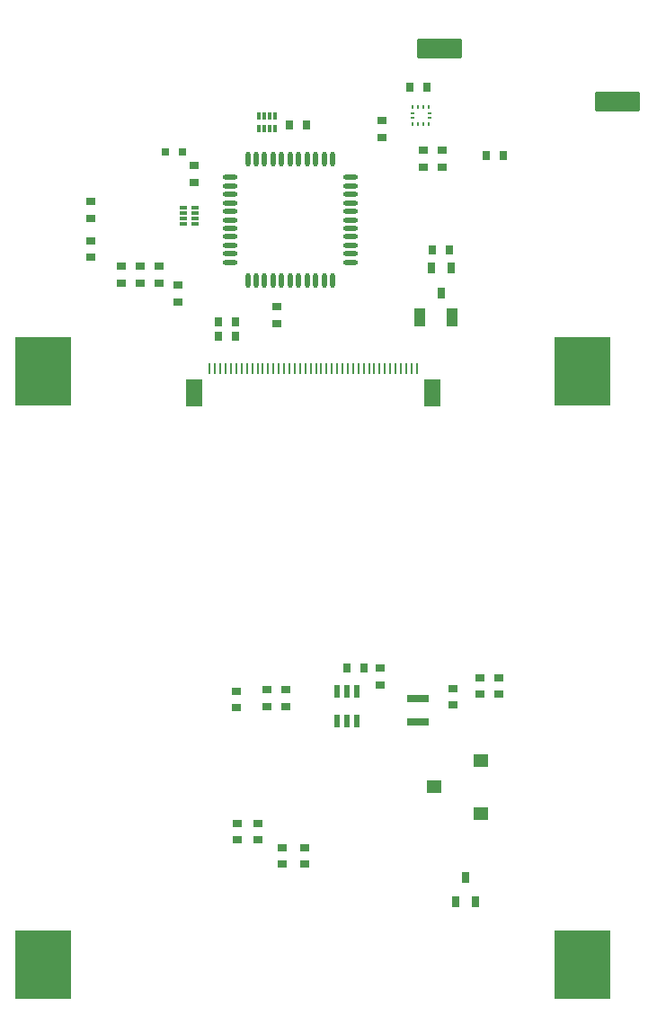
<source format=gbp>
G04*
G04 #@! TF.GenerationSoftware,Altium Limited,Altium Designer,19.1.8 (144)*
G04*
G04 Layer_Color=128*
%FSLAX24Y24*%
%MOIN*%
G70*
G01*
G75*
%ADD46R,0.0560X0.0480*%
%ADD47R,0.0217X0.0453*%
%ADD48R,0.0256X0.0413*%
%ADD49R,0.0118X0.0256*%
%ADD50R,0.0394X0.0689*%
%ADD51R,0.0354X0.0315*%
%ADD52R,0.0110X0.0161*%
%ADD53R,0.0161X0.0110*%
%ADD54R,0.0315X0.0315*%
%ADD55R,0.0800X0.0260*%
%ADD58R,0.0315X0.0354*%
%ADD61R,0.0256X0.0118*%
%ADD92O,0.0167X0.0541*%
%ADD93O,0.0541X0.0167*%
%ADD94R,0.0070X0.0440*%
%ADD95R,0.0630X0.1020*%
G04:AMPARAMS|DCode=96|XSize=169mil|YSize=74mil|CornerRadius=9mil|HoleSize=0mil|Usage=FLASHONLY|Rotation=180.000|XOffset=0mil|YOffset=0mil|HoleType=Round|Shape=RoundedRectangle|*
%AMROUNDEDRECTD96*
21,1,0.1690,0.0560,0,0,180.0*
21,1,0.1510,0.0740,0,0,180.0*
1,1,0.0180,-0.0755,0.0280*
1,1,0.0180,0.0755,0.0280*
1,1,0.0180,0.0755,-0.0280*
1,1,0.0180,-0.0755,-0.0280*
%
%ADD96ROUNDEDRECTD96*%
%ADD97R,0.2060X0.2560*%
D46*
X17480Y8350D02*
D03*
X19220Y7370D02*
D03*
Y9330D02*
D03*
D47*
X14624Y11901D02*
D03*
X14250D02*
D03*
X13876D02*
D03*
Y10799D02*
D03*
X14250D02*
D03*
X14624D02*
D03*
D48*
X18276Y4097D02*
D03*
X19024D02*
D03*
X18650Y5003D02*
D03*
X18124Y27584D02*
D03*
X17376D02*
D03*
X17750Y26679D02*
D03*
D49*
X11005Y33226D02*
D03*
Y32774D02*
D03*
X11202Y33226D02*
D03*
Y32774D02*
D03*
X11398Y33226D02*
D03*
Y32774D02*
D03*
X11595Y33226D02*
D03*
Y32774D02*
D03*
D50*
X16959Y25750D02*
D03*
X18141D02*
D03*
D51*
X12700Y5485D02*
D03*
Y6115D02*
D03*
X19200Y12415D02*
D03*
Y11785D02*
D03*
X19900Y12415D02*
D03*
Y11785D02*
D03*
X17800Y31335D02*
D03*
Y31965D02*
D03*
X17100Y31335D02*
D03*
Y31965D02*
D03*
X15550Y32435D02*
D03*
Y33065D02*
D03*
X4750Y28615D02*
D03*
Y27985D02*
D03*
X11300Y11335D02*
D03*
Y11965D02*
D03*
X12000Y11965D02*
D03*
Y11335D02*
D03*
X18200Y12015D02*
D03*
Y11385D02*
D03*
X15500Y12135D02*
D03*
Y12765D02*
D03*
X8600Y30766D02*
D03*
Y31396D02*
D03*
X11650Y26165D02*
D03*
Y25535D02*
D03*
X4750Y30065D02*
D03*
Y29435D02*
D03*
X8000Y26335D02*
D03*
Y26965D02*
D03*
X7300Y27665D02*
D03*
Y27035D02*
D03*
X6600Y27665D02*
D03*
Y27035D02*
D03*
X5900Y27665D02*
D03*
Y27035D02*
D03*
X10150Y11285D02*
D03*
Y11915D02*
D03*
X10200Y6385D02*
D03*
Y7015D02*
D03*
X10950Y6385D02*
D03*
Y7015D02*
D03*
X11850Y5485D02*
D03*
Y6115D02*
D03*
D52*
X17295Y32935D02*
D03*
X17098D02*
D03*
X16902D02*
D03*
X16705D02*
D03*
Y33565D02*
D03*
X16902D02*
D03*
X17098D02*
D03*
X17295D02*
D03*
D53*
X16675Y33152D02*
D03*
Y33348D02*
D03*
X17325D02*
D03*
Y33152D02*
D03*
D54*
X7535Y31900D02*
D03*
X8165D02*
D03*
D55*
X16900Y11625D02*
D03*
Y10775D02*
D03*
D58*
X10125Y25600D02*
D03*
X9495D02*
D03*
X19435Y31750D02*
D03*
X20065D02*
D03*
X16585Y34300D02*
D03*
X17215D02*
D03*
X14245Y12750D02*
D03*
X14875D02*
D03*
X12135Y32900D02*
D03*
X12765D02*
D03*
X9485Y25050D02*
D03*
X10115D02*
D03*
X18065Y28281D02*
D03*
X17435D02*
D03*
D61*
X8174Y29236D02*
D03*
X8626D02*
D03*
X8174Y29433D02*
D03*
X8626D02*
D03*
X8174Y29630D02*
D03*
X8626D02*
D03*
X8174Y29827D02*
D03*
X8626D02*
D03*
D92*
X10575Y31625D02*
D03*
X10890D02*
D03*
X11205D02*
D03*
X11520D02*
D03*
X11835D02*
D03*
X12150D02*
D03*
X12465D02*
D03*
X12780D02*
D03*
X13095D02*
D03*
X13410D02*
D03*
X13725D02*
D03*
X13725Y27137D02*
D03*
X13410D02*
D03*
X13095D02*
D03*
X12780D02*
D03*
X12465D02*
D03*
X12150D02*
D03*
X11835D02*
D03*
X11520D02*
D03*
X11205D02*
D03*
X10890D02*
D03*
X10575D02*
D03*
D93*
X14394Y30956D02*
D03*
Y30641D02*
D03*
Y30326D02*
D03*
Y30011D02*
D03*
Y29696D02*
D03*
Y29381D02*
D03*
Y29066D02*
D03*
Y28751D02*
D03*
Y28436D02*
D03*
Y28122D02*
D03*
Y27807D02*
D03*
X9906Y27807D02*
D03*
Y28122D02*
D03*
Y28436D02*
D03*
Y28751D02*
D03*
Y29066D02*
D03*
Y29381D02*
D03*
Y29696D02*
D03*
Y30011D02*
D03*
Y30326D02*
D03*
Y30641D02*
D03*
Y30956D02*
D03*
D94*
X16650Y23881D02*
D03*
X14879D02*
D03*
X15076D02*
D03*
X15272D02*
D03*
X15469D02*
D03*
X15666D02*
D03*
X15863D02*
D03*
X16060D02*
D03*
X16257D02*
D03*
X16453D02*
D03*
X9170D02*
D03*
X9367D02*
D03*
X9564D02*
D03*
X9761D02*
D03*
X9957D02*
D03*
X10154D02*
D03*
X10351D02*
D03*
X10548D02*
D03*
X10745D02*
D03*
X10942D02*
D03*
X11138D02*
D03*
X11335D02*
D03*
X11532D02*
D03*
X11729D02*
D03*
X11926D02*
D03*
X16847D02*
D03*
X14682D02*
D03*
X14485D02*
D03*
X14288D02*
D03*
X14091D02*
D03*
X13894D02*
D03*
X13698D02*
D03*
X13501D02*
D03*
X13304D02*
D03*
X13107D02*
D03*
X12910D02*
D03*
X12713D02*
D03*
X12516D02*
D03*
X12320D02*
D03*
X12123D02*
D03*
D95*
X17431Y22966D02*
D03*
X8585D02*
D03*
D96*
X24300Y33765D02*
D03*
X17700Y35735D02*
D03*
D97*
X23000Y1750D02*
D03*
Y23750D02*
D03*
X3000D02*
D03*
Y1750D02*
D03*
M02*

</source>
